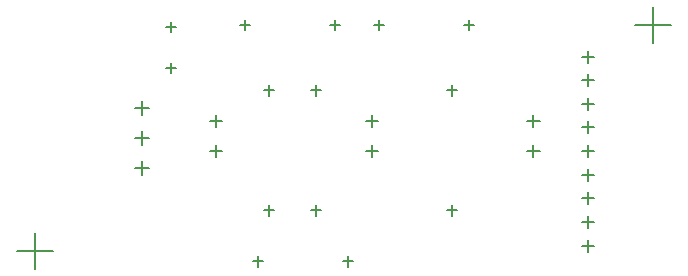
<source format=gbr>
%TF.GenerationSoftware,Altium Limited,Altium Designer,20.0.10 (225)*%
G04 Layer_Color=128*
%FSLAX26Y26*%
%MOIN*%
%TF.FileFunction,Drillmap*%
%TF.Part,Single*%
G01*
G75*
%TA.AperFunction,NonConductor*%
%ADD58C,0.005000*%
D58*
X3448268Y4883000D02*
X3481732D01*
X3465000Y4866268D02*
Y4899732D01*
X3748268Y4883000D02*
X3781732D01*
X3765000Y4866268D02*
Y4899732D01*
X4138268Y4664000D02*
X4171732D01*
X4155000Y4647268D02*
Y4680732D01*
X4138268Y4264000D02*
X4171732D01*
X4155000Y4247268D02*
Y4280732D01*
X3896268Y4883000D02*
X3929732D01*
X3913000Y4866268D02*
Y4899732D01*
X4196268Y4883000D02*
X4229732D01*
X4213000Y4866268D02*
Y4899732D01*
X3491268Y4094000D02*
X3524732D01*
X3508000Y4077268D02*
Y4110732D01*
X3791268Y4094000D02*
X3824732D01*
X3808000Y4077268D02*
Y4110732D01*
X3203252Y4876000D02*
X3234748D01*
X3219000Y4860252D02*
Y4891748D01*
X3203252Y4738205D02*
X3234748D01*
X3219000Y4722457D02*
Y4753953D01*
X3100362Y4605472D02*
X3145638D01*
X3123000Y4582835D02*
Y4628110D01*
X3100362Y4505472D02*
X3145638D01*
X3123000Y4482835D02*
Y4528110D01*
X3100362Y4405472D02*
X3145638D01*
X3123000Y4382835D02*
Y4428110D01*
X3529268Y4664000D02*
X3562732D01*
X3546000Y4647268D02*
Y4680732D01*
X3529268Y4264000D02*
X3562732D01*
X3546000Y4247268D02*
Y4280732D01*
X3685268Y4664000D02*
X3718732D01*
X3702000Y4647268D02*
Y4680732D01*
X3685268Y4264000D02*
X3718732D01*
X3702000Y4247268D02*
Y4280732D01*
X3348528Y4461811D02*
X3389866D01*
X3369197Y4441142D02*
Y4482480D01*
X3348528Y4561811D02*
X3389866D01*
X3369197Y4541142D02*
Y4582480D01*
X3868213Y4461811D02*
X3909551D01*
X3888882Y4441142D02*
Y4482480D01*
X3868213Y4561811D02*
X3909551D01*
X3888882Y4541142D02*
Y4582480D01*
X4406795Y4461811D02*
X4448134D01*
X4427465Y4441142D02*
Y4482480D01*
X4406795Y4561811D02*
X4448134D01*
X4427465Y4541142D02*
Y4582480D01*
X4589291Y4776961D02*
X4629449D01*
X4609370Y4756882D02*
Y4797039D01*
X4589291Y4147039D02*
X4629449D01*
X4609370Y4126961D02*
Y4167118D01*
X4589291Y4698220D02*
X4629449D01*
X4609370Y4678142D02*
Y4718299D01*
X4589291Y4619480D02*
X4629449D01*
X4609370Y4599402D02*
Y4639559D01*
X4589291Y4540740D02*
X4629449D01*
X4609370Y4520661D02*
Y4560819D01*
X4589291Y4462000D02*
X4629449D01*
X4609370Y4441921D02*
Y4482079D01*
X4589291Y4383260D02*
X4629449D01*
X4609370Y4363181D02*
Y4403338D01*
X4589291Y4304520D02*
X4629449D01*
X4609370Y4284441D02*
Y4324598D01*
X4589291Y4225779D02*
X4629449D01*
X4609370Y4205701D02*
Y4245858D01*
X4766850Y4881890D02*
X4884961D01*
X4825905Y4822835D02*
Y4940945D01*
X2706323Y4129095D02*
X2824433D01*
X2765378Y4070039D02*
Y4188150D01*
%TF.MD5,7a4b48cd90ea68c5d1cb46ff6d748d78*%
M02*

</source>
